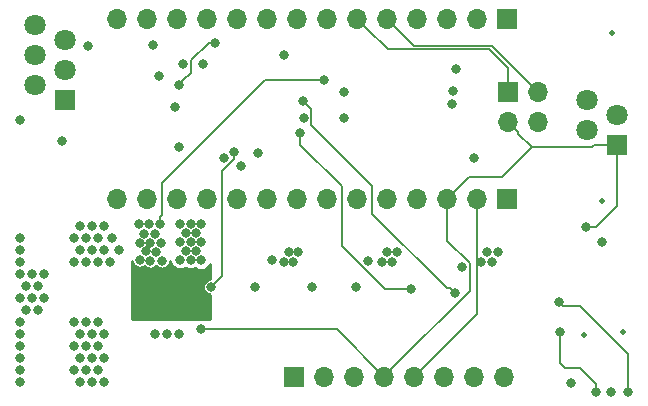
<source format=gbr>
G04 #@! TF.GenerationSoftware,KiCad,Pcbnew,5.1.2-f72e74a~84~ubuntu18.04.1*
G04 #@! TF.CreationDate,2019-09-23T02:40:17+02:00*
G04 #@! TF.ProjectId,board,626f6172-642e-46b6-9963-61645f706362,rev?*
G04 #@! TF.SameCoordinates,Original*
G04 #@! TF.FileFunction,Copper,L2,Inr*
G04 #@! TF.FilePolarity,Positive*
%FSLAX46Y46*%
G04 Gerber Fmt 4.6, Leading zero omitted, Abs format (unit mm)*
G04 Created by KiCad (PCBNEW 5.1.2-f72e74a~84~ubuntu18.04.1) date 2019-09-23 02:40:17*
%MOMM*%
%LPD*%
G04 APERTURE LIST*
%ADD10O,1.700000X1.700000*%
%ADD11R,1.700000X1.700000*%
%ADD12C,1.800000*%
%ADD13R,1.800000X1.800000*%
%ADD14C,0.800000*%
%ADD15C,0.500000*%
%ADD16C,0.152400*%
%ADD17C,0.254000*%
G04 APERTURE END LIST*
D10*
X108798000Y-101836000D03*
X111338000Y-101836000D03*
X113878000Y-101836000D03*
X116418000Y-101836000D03*
X118958000Y-101836000D03*
X121498000Y-101836000D03*
X124038000Y-101836000D03*
X126578000Y-101836000D03*
X129118000Y-101836000D03*
X131658000Y-101836000D03*
X134198000Y-101836000D03*
X136738000Y-101836000D03*
X139278000Y-101836000D03*
D11*
X141818000Y-101836000D03*
X141818000Y-117036000D03*
D10*
X139278000Y-117036000D03*
X136738000Y-117036000D03*
X134198000Y-117036000D03*
X131658000Y-117036000D03*
X129118000Y-117036000D03*
X126578000Y-117036000D03*
X124038000Y-117036000D03*
X121498000Y-117036000D03*
X118958000Y-117036000D03*
X116418000Y-117036000D03*
X113878000Y-117036000D03*
X111338000Y-117036000D03*
X108798000Y-117036000D03*
X141580000Y-132100000D03*
X139040000Y-132100000D03*
X136500000Y-132100000D03*
X133960000Y-132100000D03*
X131420000Y-132100000D03*
X128880000Y-132100000D03*
X126340000Y-132100000D03*
D11*
X123800000Y-132100000D03*
D12*
X101854000Y-102362000D03*
X104394000Y-103632000D03*
D13*
X104394000Y-108712000D03*
D12*
X101854000Y-107442000D03*
X104394000Y-106172000D03*
X101854000Y-104902000D03*
D13*
X151070000Y-112505000D03*
D12*
X148530000Y-111235000D03*
X151070000Y-109965000D03*
X148530000Y-108695000D03*
D11*
X141900000Y-108000000D03*
D10*
X144440000Y-108000000D03*
X141900000Y-110540000D03*
X144440000Y-110540000D03*
D14*
X115800000Y-126200000D03*
X110900000Y-124000000D03*
X112200000Y-123900000D03*
X112600000Y-122300000D03*
X111600000Y-122300000D03*
X110700000Y-122200000D03*
X112100000Y-121600000D03*
X111200000Y-121500000D03*
X112500000Y-120800000D03*
X111600000Y-120800000D03*
X110700000Y-120800000D03*
X112000000Y-120000000D03*
X111100000Y-120000000D03*
X112400000Y-119200000D03*
X111500000Y-119200000D03*
X110600000Y-119200000D03*
X115900000Y-122250000D03*
X115000000Y-122200000D03*
X114100000Y-122200000D03*
X115450000Y-121450000D03*
X114600000Y-121450000D03*
X115850000Y-120700000D03*
X115000000Y-120700000D03*
X114150000Y-120700000D03*
X115450000Y-119950000D03*
X114600000Y-119950000D03*
X115850000Y-119200000D03*
X115000000Y-119200000D03*
X114150000Y-119200000D03*
X107188000Y-122428000D03*
X106680000Y-119380000D03*
X106680000Y-121412000D03*
X107188000Y-120396000D03*
X105664000Y-121412000D03*
X105664000Y-119380000D03*
X108204000Y-122428000D03*
X107696000Y-121412000D03*
X108331000Y-120396000D03*
X107696000Y-119380000D03*
X108966000Y-121412000D03*
X106172000Y-122428000D03*
X106172000Y-120396000D03*
X105156000Y-120396000D03*
X105156000Y-122428000D03*
X107188000Y-127508000D03*
X107188000Y-129540000D03*
X107696000Y-128524000D03*
X107696000Y-130556000D03*
X107188000Y-131572000D03*
X106680000Y-132588000D03*
X105664000Y-132588000D03*
X105156000Y-131572000D03*
X105156000Y-129540000D03*
X105664000Y-130556000D03*
X106172000Y-131572000D03*
X106680000Y-130556000D03*
X106172000Y-129540000D03*
X106680000Y-128524000D03*
X105664000Y-128524000D03*
X106172000Y-127508000D03*
X105156000Y-127508000D03*
X107696000Y-132588000D03*
X126300000Y-107000000D03*
X114000000Y-107400000D03*
X117100000Y-103828600D03*
X148500000Y-119400000D03*
X115900000Y-128100000D03*
X112371400Y-106671400D03*
X106300000Y-104100000D03*
X113700000Y-109300000D03*
X116100000Y-105600000D03*
X114000000Y-112700000D03*
X140500000Y-122400000D03*
X140100000Y-121600000D03*
X141000000Y-121600000D03*
X139600000Y-122400000D03*
X132500000Y-121600000D03*
X131200000Y-122400000D03*
X132100000Y-122400000D03*
X131600000Y-121600000D03*
X122900000Y-122400000D03*
X123700000Y-122400000D03*
X123300000Y-121600000D03*
X124100000Y-121600000D03*
D15*
X150660100Y-103047800D03*
X149863000Y-117248000D03*
X151641000Y-128297000D03*
D14*
X100584000Y-123444000D03*
X101600000Y-123444000D03*
X102616000Y-123444000D03*
X101092000Y-124460000D03*
X102108000Y-124460000D03*
X100584000Y-125476000D03*
X101600000Y-125476000D03*
X102616000Y-125476000D03*
X101092000Y-126492000D03*
X102108000Y-126492000D03*
X100584000Y-127508000D03*
X100584000Y-128524000D03*
X100584000Y-129540000D03*
X100584000Y-130556000D03*
X100584000Y-131572000D03*
X100584000Y-132588000D03*
X100584000Y-122428000D03*
X100584000Y-121412000D03*
X100584000Y-120396000D03*
X137366600Y-125000000D03*
X124500000Y-108749600D03*
X128000000Y-108000000D03*
X138000000Y-122800000D03*
X124600000Y-110200000D03*
X128000000Y-110200000D03*
X130000000Y-122300000D03*
X129000000Y-124500000D03*
X120700000Y-113200000D03*
X119300000Y-114300000D03*
X120500000Y-124500000D03*
X121900000Y-122200000D03*
X117800000Y-113600000D03*
X100577400Y-110400000D03*
X111800000Y-104000000D03*
X114400000Y-105600000D03*
X122900000Y-104900000D03*
D15*
X148339000Y-128551000D03*
D14*
X149800000Y-120709402D03*
X114000000Y-128500000D03*
X113000000Y-128500000D03*
X139000000Y-113600000D03*
X137224999Y-107924999D03*
X104100000Y-112200000D03*
X133700000Y-124700000D03*
X124300000Y-111500000D03*
X125250000Y-124500000D03*
X116750000Y-124500000D03*
X118713188Y-113113188D03*
X146180000Y-125757000D03*
X152022000Y-133377000D03*
X150625000Y-133377000D03*
X149355000Y-133377000D03*
X146307000Y-128297000D03*
X147196000Y-132615000D03*
X137100000Y-109000000D03*
X137500000Y-106100000D03*
X112000000Y-128500000D03*
D16*
X121300000Y-107000000D02*
X126300000Y-107000000D01*
X112600000Y-115700000D02*
X121300000Y-107000000D01*
X112600000Y-118434315D02*
X112600000Y-115700000D01*
X112400000Y-118634315D02*
X112600000Y-118434315D01*
X112400000Y-119200000D02*
X112400000Y-118634315D01*
X114399999Y-107000001D02*
X114000000Y-107400000D01*
X115028601Y-106371399D02*
X114399999Y-107000001D01*
X115028601Y-105334314D02*
X115028601Y-106371399D01*
X116534315Y-103828600D02*
X115028601Y-105334314D01*
X117100000Y-103828600D02*
X116534315Y-103828600D01*
X126476330Y-128100000D02*
X115900000Y-128100000D01*
X131420000Y-132100000D02*
X127420000Y-128100000D01*
X127420000Y-128100000D02*
X126476330Y-128100000D01*
X138569190Y-115204810D02*
X141395190Y-115204810D01*
X136738000Y-117036000D02*
X138569190Y-115204810D01*
X141395190Y-115204810D02*
X143900000Y-112700000D01*
X143900000Y-112700000D02*
X149000000Y-112700000D01*
X149195000Y-112505000D02*
X151070000Y-112505000D01*
X149000000Y-112700000D02*
X149195000Y-112505000D01*
X148500000Y-119400000D02*
X149300000Y-119400000D01*
X151070000Y-117630000D02*
X151070000Y-112505000D01*
X149300000Y-119400000D02*
X151070000Y-117630000D01*
X132269999Y-131250001D02*
X131420000Y-132100000D01*
X138628601Y-124891399D02*
X132269999Y-131250001D01*
X138628601Y-122528601D02*
X138628601Y-124891399D01*
X136738000Y-120638000D02*
X138628601Y-122528601D01*
X136738000Y-117036000D02*
X136738000Y-120638000D01*
X142749999Y-111549999D02*
X143900000Y-112700000D01*
X142749999Y-111389999D02*
X142749999Y-111549999D01*
X141900000Y-110540000D02*
X142749999Y-111389999D01*
X125228601Y-109478201D02*
X125228601Y-110828601D01*
X124500000Y-108749600D02*
X125228601Y-109478201D01*
X125228601Y-110828601D02*
X130400000Y-116000000D01*
X136966601Y-124600001D02*
X136700001Y-124600001D01*
X137366600Y-125000000D02*
X136966601Y-124600001D01*
X130400000Y-118300000D02*
X130400000Y-116000000D01*
X136700001Y-124600001D02*
X130400000Y-118300000D01*
X139278000Y-126782000D02*
X139278000Y-117036000D01*
X133960000Y-132100000D02*
X139278000Y-126782000D01*
X124300000Y-111500000D02*
X124300000Y-112500000D01*
X124300000Y-112500000D02*
X127800000Y-116000000D01*
X133134315Y-124700000D02*
X133700000Y-124700000D01*
X131469670Y-124700000D02*
X133134315Y-124700000D01*
X127800000Y-121030330D02*
X131469670Y-124700000D01*
X127800000Y-116000000D02*
X127800000Y-121030330D01*
X118713188Y-113678873D02*
X117700000Y-114692061D01*
X118713188Y-113113188D02*
X118713188Y-113678873D01*
X117700000Y-123550000D02*
X116750000Y-124500000D01*
X117700000Y-114692061D02*
X117700000Y-123550000D01*
X146579999Y-126156999D02*
X147956999Y-126156999D01*
X146180000Y-125757000D02*
X146579999Y-126156999D01*
X152022000Y-130222000D02*
X152022000Y-131622000D01*
X147956999Y-126156999D02*
X152022000Y-130222000D01*
X152022000Y-131622000D02*
X152022000Y-133377000D01*
X149355000Y-132869000D02*
X149355000Y-133377000D01*
X147958000Y-131345000D02*
X149355000Y-132742000D01*
X146688000Y-131345000D02*
X147958000Y-131345000D01*
X149355000Y-132742000D02*
X149355000Y-132869000D01*
X146307000Y-130964000D02*
X146688000Y-131345000D01*
X146307000Y-128297000D02*
X146307000Y-130964000D01*
X141900000Y-108000000D02*
X141900000Y-106000000D01*
X131686810Y-104404810D02*
X129967999Y-102685999D01*
X140304810Y-104404810D02*
X131686810Y-104404810D01*
X129967999Y-102685999D02*
X129118000Y-101836000D01*
X141900000Y-106000000D02*
X140304810Y-104404810D01*
X143590001Y-107150001D02*
X144440000Y-108000000D01*
X131658000Y-101836000D02*
X133922000Y-104100000D01*
X140540000Y-104100000D02*
X143590001Y-107150001D01*
X133922000Y-104100000D02*
X140540000Y-104100000D01*
D17*
G36*
X110046709Y-122398174D02*
G01*
X110097924Y-122521816D01*
X110172276Y-122633092D01*
X110266908Y-122727724D01*
X110378184Y-122802076D01*
X110501826Y-122853291D01*
X110633085Y-122879400D01*
X110766915Y-122879400D01*
X110898174Y-122853291D01*
X111021816Y-122802076D01*
X111093418Y-122754234D01*
X111166908Y-122827724D01*
X111278184Y-122902076D01*
X111401826Y-122953291D01*
X111533085Y-122979400D01*
X111666915Y-122979400D01*
X111798174Y-122953291D01*
X111921816Y-122902076D01*
X112033092Y-122827724D01*
X112100000Y-122760816D01*
X112166908Y-122827724D01*
X112278184Y-122902076D01*
X112401826Y-122953291D01*
X112533085Y-122979400D01*
X112666915Y-122979400D01*
X112798174Y-122953291D01*
X112921816Y-122902076D01*
X113033092Y-122827724D01*
X113127724Y-122733092D01*
X113202076Y-122621816D01*
X113253291Y-122498174D01*
X113279400Y-122366915D01*
X113279400Y-122338232D01*
X113300165Y-122442627D01*
X113362868Y-122594005D01*
X113453899Y-122730242D01*
X113569758Y-122846101D01*
X113705995Y-122937132D01*
X113857373Y-122999835D01*
X114018075Y-123031800D01*
X114181925Y-123031800D01*
X114342627Y-122999835D01*
X114494005Y-122937132D01*
X114550000Y-122899717D01*
X114605995Y-122937132D01*
X114757373Y-122999835D01*
X114918075Y-123031800D01*
X115081925Y-123031800D01*
X115242627Y-122999835D01*
X115394005Y-122937132D01*
X115412585Y-122924717D01*
X115505995Y-122987132D01*
X115657373Y-123049835D01*
X115818075Y-123081800D01*
X115981925Y-123081800D01*
X116142627Y-123049835D01*
X116294005Y-122987132D01*
X116430242Y-122896101D01*
X116546101Y-122780242D01*
X116637132Y-122644005D01*
X116673000Y-122557412D01*
X116673000Y-123822606D01*
X116551826Y-123846709D01*
X116428184Y-123897924D01*
X116316908Y-123972276D01*
X116222276Y-124066908D01*
X116147924Y-124178184D01*
X116096709Y-124301826D01*
X116070600Y-124433085D01*
X116070600Y-124566915D01*
X116096709Y-124698174D01*
X116147924Y-124821816D01*
X116222276Y-124933092D01*
X116316908Y-125027724D01*
X116428184Y-125102076D01*
X116551826Y-125153291D01*
X116673000Y-125177394D01*
X116673000Y-127273000D01*
X110027000Y-127273000D01*
X110027000Y-122299090D01*
X110046709Y-122398174D01*
X110046709Y-122398174D01*
G37*
X110046709Y-122398174D02*
X110097924Y-122521816D01*
X110172276Y-122633092D01*
X110266908Y-122727724D01*
X110378184Y-122802076D01*
X110501826Y-122853291D01*
X110633085Y-122879400D01*
X110766915Y-122879400D01*
X110898174Y-122853291D01*
X111021816Y-122802076D01*
X111093418Y-122754234D01*
X111166908Y-122827724D01*
X111278184Y-122902076D01*
X111401826Y-122953291D01*
X111533085Y-122979400D01*
X111666915Y-122979400D01*
X111798174Y-122953291D01*
X111921816Y-122902076D01*
X112033092Y-122827724D01*
X112100000Y-122760816D01*
X112166908Y-122827724D01*
X112278184Y-122902076D01*
X112401826Y-122953291D01*
X112533085Y-122979400D01*
X112666915Y-122979400D01*
X112798174Y-122953291D01*
X112921816Y-122902076D01*
X113033092Y-122827724D01*
X113127724Y-122733092D01*
X113202076Y-122621816D01*
X113253291Y-122498174D01*
X113279400Y-122366915D01*
X113279400Y-122338232D01*
X113300165Y-122442627D01*
X113362868Y-122594005D01*
X113453899Y-122730242D01*
X113569758Y-122846101D01*
X113705995Y-122937132D01*
X113857373Y-122999835D01*
X114018075Y-123031800D01*
X114181925Y-123031800D01*
X114342627Y-122999835D01*
X114494005Y-122937132D01*
X114550000Y-122899717D01*
X114605995Y-122937132D01*
X114757373Y-122999835D01*
X114918075Y-123031800D01*
X115081925Y-123031800D01*
X115242627Y-122999835D01*
X115394005Y-122937132D01*
X115412585Y-122924717D01*
X115505995Y-122987132D01*
X115657373Y-123049835D01*
X115818075Y-123081800D01*
X115981925Y-123081800D01*
X116142627Y-123049835D01*
X116294005Y-122987132D01*
X116430242Y-122896101D01*
X116546101Y-122780242D01*
X116637132Y-122644005D01*
X116673000Y-122557412D01*
X116673000Y-123822606D01*
X116551826Y-123846709D01*
X116428184Y-123897924D01*
X116316908Y-123972276D01*
X116222276Y-124066908D01*
X116147924Y-124178184D01*
X116096709Y-124301826D01*
X116070600Y-124433085D01*
X116070600Y-124566915D01*
X116096709Y-124698174D01*
X116147924Y-124821816D01*
X116222276Y-124933092D01*
X116316908Y-125027724D01*
X116428184Y-125102076D01*
X116551826Y-125153291D01*
X116673000Y-125177394D01*
X116673000Y-127273000D01*
X110027000Y-127273000D01*
X110027000Y-122299090D01*
X110046709Y-122398174D01*
M02*

</source>
